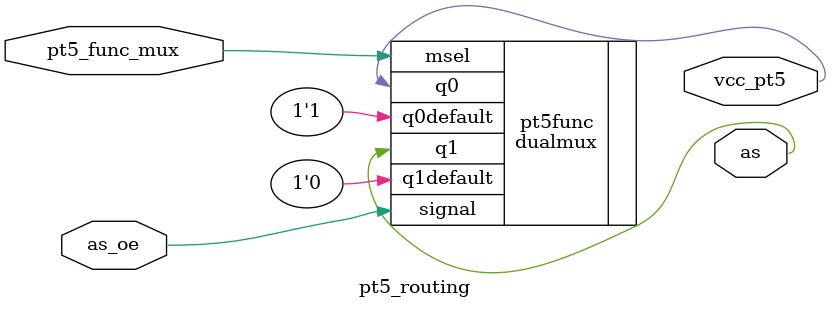
<source format=v>
`include "dualmux.v"

module pt5_routing(
  input pt5_func_mux,
  input as_oe,
  output as, vcc_pt5
);
  dualmux pt5func(
    .msel(pt5_func_mux),
    .q0default(1'b1),
    .q1default(1'b0),
    .signal(as_oe),
    .q0(vcc_pt5),
    .q1(as)
  );
endmodule

</source>
